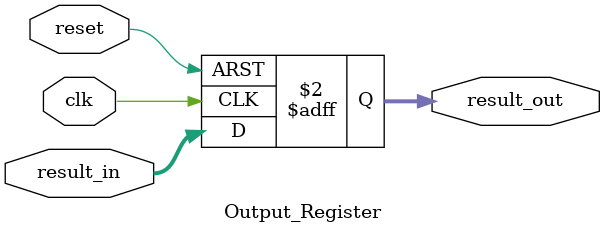
<source format=v>
module Output_Register (
    input clk,
    input reset,
    input [15:0] result_in,
    output reg [15:0] result_out
);
    always @(posedge clk or posedge reset) begin
        if (reset)
            result_out <= 16'b0;
        else
            result_out <= result_in;
    end
endmodule

</source>
